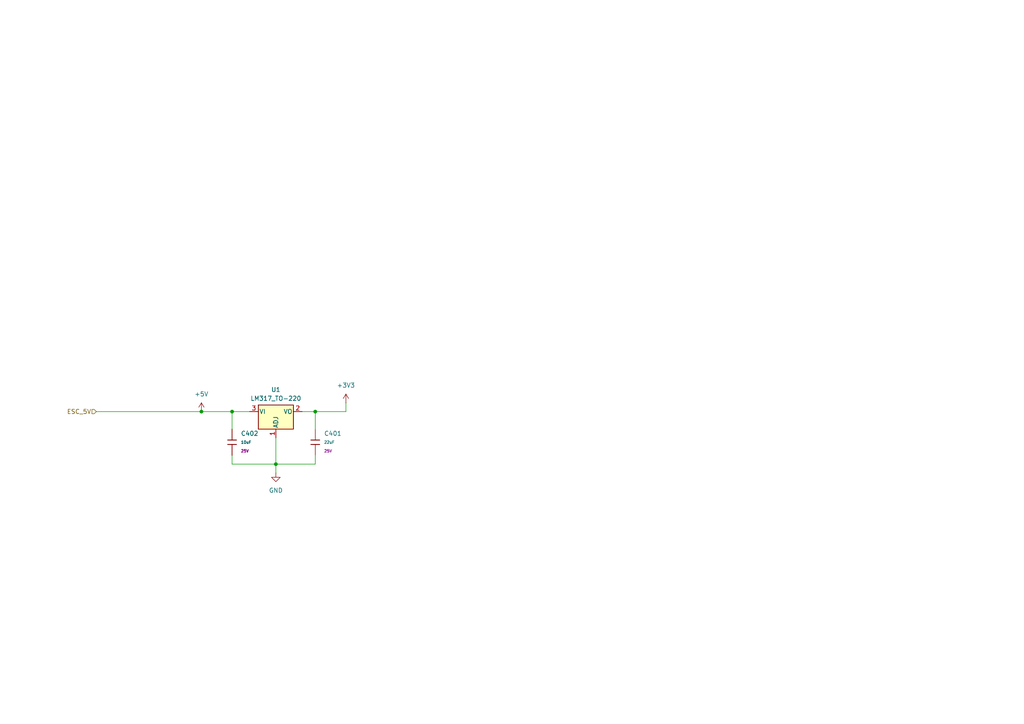
<source format=kicad_sch>
(kicad_sch (version 20231120) (generator "eeschema") (generator_version "8.0")
  (paper "A4")
  (lib_symbols
    (symbol "PCM_JLCPCB-Capacitors:0805,10uF" (pin_numbers hide) (pin_names (offset 0))
      (property "Reference" "C" (at 2.032 1.668 0))
      (property "Value" "10uF" (at 2.032 -0.3782 0))
      (property "Voltage Rated" "25V" (at 2.032 -2.0462 0))
      (symbol "0805,10uF_0_1"
        (polyline (pts (xy -1.27 -0.635) (xy 1.27 -0.635)) (stroke (width 0.254)))
        (polyline (pts (xy -1.27 0.635) (xy 1.27 0.635)) (stroke (width 0.254)))
      )
      (symbol "0805,10uF_1_1"
        (pin passive line (at 0 3.81 270) (length 3.175) (name "~") (number "1"))
        (pin passive line (at 0 -3.81 90) (length 3.175) (name "~") (number "2"))
      )
    )
    (symbol "PCM_JLCPCB-Capacitors:0805,22uF" (pin_numbers hide) (pin_names (offset 0))
      (property "Reference" "C" (at 2.032 1.668 0))
      (property "Value" "22uF" (at 2.032 -0.3782 0))
      (property "Voltage Rated" "25V" (at 2.032 -2.0462 0))
      (symbol "0805,22uF_0_1"
        (polyline (pts (xy -1.27 -0.635) (xy 1.27 -0.635)) (stroke (width 0.254)))
        (polyline (pts (xy -1.27 0.635) (xy 1.27 0.635)) (stroke (width 0.254)))
      )
      (symbol "0805,22uF_1_1"
        (pin passive line (at 0 3.81 270) (length 3.175) (name "~") (number "1"))
        (pin passive line (at 0 -3.81 90) (length 3.175) (name "~") (number "2"))
      )
    )
    (symbol "Regulator_Linear:LM317_TO-220" (pin_names (offset 0.254))
      (property "Reference" "U" (at -3.81 3.175 0))
      (property "Value" "LM317_TO-220" (at 0 3.175 0))
      (symbol "LM317_TO-220_0_1"
        (rectangle (start -5.08 1.905) (end 5.08 -5.08) (stroke (width 0.254)) (fill (type background)))
      )
      (symbol "LM317_TO-220_1_1"
        (pin input line (at 0 -7.62 90) (length 2.54) (name "ADJ") (number "1"))
        (pin power_out line (at 7.62 0 180) (length 2.54) (name "VO") (number "2"))
        (pin power_in line (at -7.62 0 0) (length 2.54) (name "VI") (number "3"))
      )
    )
    (symbol "power:+3V3" (power) (pin_numbers hide) (pin_names (offset 0) hide)
      (property "Value" "+3V3" (at 0 3.556 0))
      (symbol "+3V3_0_1"
        (polyline (pts (xy -0.762 1.27) (xy 0 2.54)))
        (polyline (pts (xy 0 0) (xy 0 2.54)))
        (polyline (pts (xy 0 2.54) (xy 0.762 1.27)))
      )
      (symbol "+3V3_1_1"
        (pin power_in line (at 0 0 90) (length 0) (name "~") (number "1"))
      )
    )
    (symbol "power:+5V" (power) (pin_numbers hide) (pin_names (offset 0) hide)
      (property "Value" "+5V" (at 0 3.556 0))
      (symbol "+5V_0_1"
        (polyline (pts (xy -0.762 1.27) (xy 0 2.54)))
        (polyline (pts (xy 0 0) (xy 0 2.54)))
        (polyline (pts (xy 0 2.54) (xy 0.762 1.27)))
      )
      (symbol "+5V_1_1"
        (pin power_in line (at 0 0 90) (length 0) (name "~") (number "1"))
      )
    )
    (symbol "power:GND" (power) (pin_numbers hide) (pin_names (offset 0) hide)
      (property "Value" "GND" (at 0 -3.81 0))
      (symbol "GND_0_1"
        (polyline (pts (xy 0 0) (xy 0 -1.27) (xy 1.27 -1.27) (xy 0 -2.54) (xy -1.27 -1.27) (xy 0 -1.27)))
      )
      (symbol "GND_1_1"
        (pin power_in line (at 0 0 270) (length 0) (name "~") (number "1"))
      )
    )
  )
  (junction (at 67.31 119.38))
  (junction (at 58.42 119.38))
  (junction (at 80.01 134.62))
  (junction (at 91.44 119.38))
  (wire (pts (xy 58.42 119.38) (xy 67.31 119.38)))
  (wire (pts (xy 67.31 119.38) (xy 72.39 119.38)))
  (wire (pts (xy 27.94 119.38) (xy 58.42 119.38)))
  (wire (pts (xy 67.31 119.38) (xy 67.31 124.46)))
  (wire (pts (xy 67.31 132.08) (xy 67.31 134.62)))
  (wire (pts (xy 100.33 119.38) (xy 91.44 119.38)))
  (wire (pts (xy 91.44 119.38) (xy 91.44 124.46)))
  (wire (pts (xy 91.44 132.08) (xy 91.44 134.62)))
  (wire (pts (xy 80.01 134.62) (xy 80.01 137.16)))
  (wire (pts (xy 87.63 119.38) (xy 91.44 119.38)))
  (wire (pts (xy 91.44 134.62) (xy 80.01 134.62)))
  (wire (pts (xy 100.33 116.84) (xy 100.33 119.38)))
  (wire (pts (xy 80.01 127) (xy 80.01 134.62)))
  (wire (pts (xy 67.31 134.62) (xy 80.01 134.62)))
  (hierarchical_label "ESC_5V" (shape input) (at 27.94 119.38 180))
  (symbol (lib_id "PCM_JLCPCB-Capacitors:0805,10uF") (at 67.31 128.27 0) (unit 1)
    (property "Reference" "C402" (at 69.85 125.7299 0) (effects (justify left)))
    (property "Value" "10uF" (at 69.85 128.27 0) (effects (font (size 0.8 0.8)) (justify left)))
    (property "Footprint" "Capacitor_THT:C_Disc_D5.0mm_W2.5mm_P2.50mm" (effects (hide yes)))
    (property "Datasheet" "https://www.lcsc.com/datasheet/lcsc_datasheet_2304140030_Samsung-Electro-Mechanics-CL21A106KAYNNNE_C15850.pdf" (effects (hide yes)))
    (property "Description" "25V 10uF X5R ±10% 0805 Multilayer Ceramic Capacitors MLCC - SMD/SMT ROHS" (effects (hide yes)))
    (property "LCSC" "C15850" (effects (hide yes)))
    (property "Stock" "12667140" (effects (hide yes)))
    (property "Price" "0.013USD" (effects (hide yes)))
    (property "Process" "SMT" (effects (hide yes)))
    (property "Minimum Qty" "20" (effects (hide yes)))
    (property "Attrition Qty" "10" (effects (hide yes)))
    (property "Class" "Basic Component" (effects (hide yes)))
    (property "Category" "Capacitors,Multilayer Ceramic Capacitors MLCC - SMD/SMT" (effects (hide yes)))
    (property "Manufacturer" "Samsung Electro-Mechanics" (effects (hide yes)))
    (property "Part" "CL21A106KAYNNNE" (effects (hide yes)))
    (property "Voltage Rated" "25V" (at 69.85 130.81 0) (effects (font (size 0.8 0.8)) (justify left)))
    (property "Tolerance" "±10%" (effects (hide yes)))
    (property "Capacitance" "10uF" (effects (hide yes)))
    (property "Temperature Coefficient" "X5R" (effects (hide yes)))
  )
  (symbol (lib_id "PCM_JLCPCB-Capacitors:0805,22uF") (at 91.44 128.27 0) (unit 1)
    (property "Reference" "C401" (at 93.98 125.7299 0) (effects (justify left)))
    (property "Value" "22uF" (at 93.98 128.27 0) (effects (font (size 0.8 0.8)) (justify left)))
    (property "Footprint" "Capacitor_THT:C_Disc_D5.0mm_W2.5mm_P2.50mm" (effects (hide yes)))
    (property "Datasheet" "https://www.lcsc.com/datasheet/lcsc_datasheet_2304140030_Samsung-Electro-Mechanics-CL21A226MAQNNNE_C45783.pdf" (effects (hide yes)))
    (property "Description" "25V 22uF X5R ±20% 0805 Multilayer Ceramic Capacitors MLCC - SMD/SMT ROHS" (effects (hide yes)))
    (property "LCSC" "C45783" (effects (hide yes)))
    (property "Stock" "3152058" (effects (hide yes)))
    (property "Price" "0.026USD" (effects (hide yes)))
    (property "Process" "SMT" (effects (hide yes)))
    (property "Minimum Qty" "20" (effects (hide yes)))
    (property "Attrition Qty" "6" (effects (hide yes)))
    (property "Class" "Basic Component" (effects (hide yes)))
    (property "Category" "Capacitors,Multilayer Ceramic Capacitors MLCC - SMD/SMT" (effects (hide yes)))
    (property "Manufacturer" "Samsung Electro-Mechanics" (effects (hide yes)))
    (property "Part" "CL21A226MAQNNNE" (effects (hide yes)))
    (property "Voltage Rated" "25V" (at 93.98 130.81 0) (effects (font (size 0.8 0.8)) (justify left)))
    (property "Tolerance" "±20%" (effects (hide yes)))
    (property "Capacitance" "22uF" (effects (hide yes)))
    (property "Temperature Coefficient" "X5R" (effects (hide yes)))
  )
  (symbol (lib_id "power:+3V3") (at 100.33 116.84 0) (unit 1)
    (property "Reference" "#PWR0403" (effects (hide yes)))
    (property "Value" "+3V3" (at 100.33 111.76 0))
    (property "Description" "Power symbol creates a global label with name \"+3V3\"" (effects (hide yes)))
  )
  (symbol (lib_id "Regulator_Linear:LM317_TO-220") (at 80.01 119.38 0) (unit 1)
    (property "Reference" "U1" (at 80.01 113.03 0))
    (property "Value" "LM317_TO-220" (at 80.01 115.57 0))
    (property "Footprint" "Package_TO_SOT_THT:TO-220-3_Vertical" (effects (hide yes)))
    (property "Datasheet" "http://www.ti.com/lit/ds/symlink/lm317.pdf" (effects (hide yes)))
    (property "Description" "1.5A 35V Adjustable Linear Regulator, TO-220" (effects (hide yes)))
  )
  (symbol (lib_id "power:+5V") (at 58.42 119.38 0) (unit 1)
    (property "Reference" "#PWR0404" (effects (hide yes)))
    (property "Value" "+5V" (at 58.42 114.3 0))
    (property "Description" "Power symbol creates a global label with name \"+5V\"" (effects (hide yes)))
  )
  (symbol (lib_id "power:GND") (at 80.01 137.16 0) (unit 1)
    (property "Reference" "#PWR0402" (effects (hide yes)))
    (property "Value" "GND" (at 80.01 142.24 0))
    (property "Description" "Power symbol creates a global label with name \"GND\" , ground" (effects (hide yes)))
  )
)
</source>
